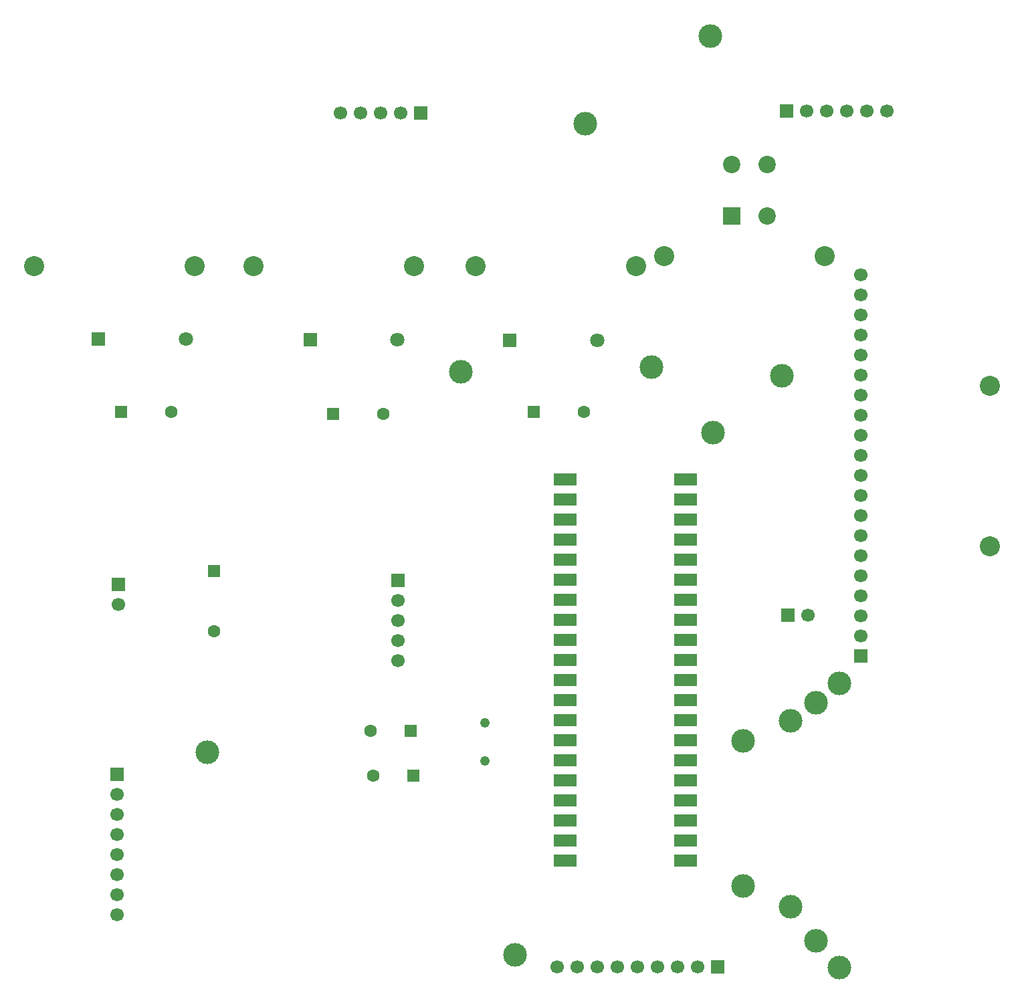
<source format=gbr>
G04 DipTrace 3.0.0.2*
G04 Bottom.gbr*
%MOMM*%
G04 #@! TF.FileFunction,Copper,L2,Bot*
G04 #@! TF.Part,Single*
G04 #@! TA.AperFunction,ComponentPad*
%ADD15R,1.6X1.6*%
%ADD16C,1.6*%
%ADD17R,1.7X1.7*%
%ADD18C,1.7*%
%ADD19R,1.8X1.8*%
%ADD20C,1.8*%
%ADD21C,3.0*%
%ADD22C,2.54*%
%ADD23C,2.54*%
%ADD24R,2.2X2.2*%
%ADD25C,2.2*%
%ADD26R,3.0X1.5*%
%ADD27C,1.2192*%
%FSLAX35Y35*%
G04*
G71*
G90*
G75*
G01*
G04 Bottom*
%LPD*%
D15*
X4175000Y7962133D3*
D16*
Y7200133D3*
X6159377Y5936933D3*
D15*
X6667377D3*
D16*
X6191127Y5371667D3*
D15*
X6699127D3*
D16*
X8858123Y9977167D3*
D15*
X8223123D3*
D16*
X6318123Y9952767D3*
D15*
X5683123D3*
D16*
X3635250Y9975133D3*
D15*
X3000250D3*
D17*
X10556750Y2945900D3*
D18*
X10302750D3*
X10048750D3*
X9794750D3*
X9540750D3*
X9286750D3*
X9032750D3*
X8778750D3*
X8524750D3*
D19*
X7921500Y10884033D3*
D20*
X9026500D3*
D19*
X5397373Y10890133D3*
D20*
X6502373D3*
D19*
X2717623Y10895000D3*
D20*
X3822623D3*
D17*
X6794373Y13755100D3*
D18*
X6540373D3*
X6286373D3*
X6032373D3*
X5778373D3*
D17*
X2952623Y5381833D3*
D18*
Y5127833D3*
Y4873833D3*
Y4619833D3*
Y4365833D3*
Y4111833D3*
Y3857833D3*
Y3603833D3*
D17*
X12366500Y6884467D3*
D18*
Y7138467D3*
Y7392467D3*
Y7646467D3*
Y7900467D3*
Y8154467D3*
Y8408467D3*
Y8662467D3*
Y8916467D3*
Y9170467D3*
Y9424467D3*
Y9678467D3*
Y9932467D3*
Y10186467D3*
Y10440467D3*
Y10694467D3*
Y10948467D3*
Y11202467D3*
Y11456467D3*
Y11710467D3*
D17*
X6508623Y7842167D3*
D18*
Y7588167D3*
Y7334167D3*
Y7080167D3*
Y6826167D3*
D21*
X10461500Y14735167D3*
X10493250Y9714867D3*
X7302373Y10481433D3*
X9715373Y10540400D3*
X12096623Y6534733D3*
X11795000Y6294800D3*
X11477500Y6063000D3*
X10874250Y5806800D3*
X12096623Y2941833D3*
X11795000Y3275300D3*
X11477500Y3710433D3*
X10874250Y3968667D3*
X4095623Y5666500D3*
X7985000Y3098400D3*
D17*
X2968500Y7793367D3*
D18*
Y7539367D3*
D17*
X11429877Y13783567D3*
D18*
X11683877D3*
X11937877D3*
X12191877D3*
X12445877D3*
X12699877D3*
D22*
X11906127Y11947467D3*
D23*
X9874127D3*
D22*
X14001623Y10304533D3*
D23*
Y8272533D3*
D22*
X7492900Y11815600D3*
D23*
X9524900D3*
D22*
X4675500D3*
D23*
X6707500D3*
D22*
X1904900D3*
D23*
X3936900D3*
D24*
X10731373Y12455800D3*
D25*
X11181373Y12455787D3*
Y13105813D3*
X10731373Y13105800D3*
D26*
X8620000Y9117600D3*
Y8863600D3*
Y8609600D3*
Y8355600D3*
Y8101600D3*
Y7847600D3*
Y7593600D3*
Y7339600D3*
Y7085600D3*
Y6831600D3*
Y6577600D3*
Y6323600D3*
Y6069600D3*
Y5815600D3*
Y5561600D3*
Y5307600D3*
Y5053600D3*
Y4799600D3*
Y4545600D3*
Y4291600D3*
X10144000D3*
Y4545600D3*
Y4799600D3*
Y5053600D3*
Y5307600D3*
Y5561600D3*
Y5815600D3*
Y6069600D3*
Y6323600D3*
Y6577600D3*
Y6831600D3*
Y7085600D3*
Y7339600D3*
Y7593600D3*
Y7847600D3*
Y8101600D3*
Y8355600D3*
Y8609600D3*
Y8863600D3*
Y9117600D3*
D17*
X11445750Y7402967D3*
D18*
X11699750D3*
D27*
X7604000Y5550600D3*
Y6033200D3*
D21*
X8874000Y13627000D3*
X11366373Y10432633D3*
M02*

</source>
